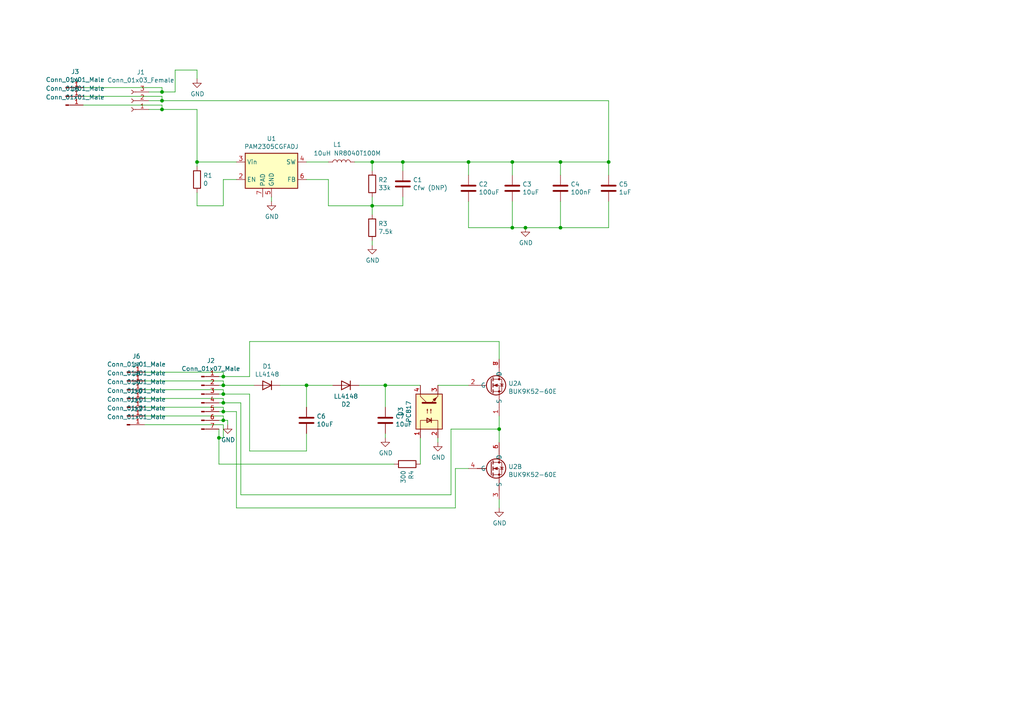
<source format=kicad_sch>
(kicad_sch (version 20211123) (generator eeschema)
  (paper "A4")
  (lib_symbols
    (symbol "1KicadLib:BUK9K52-60E" (pin_names (offset 1.016))
      (property "Reference" "U" (at 3.81 0 0))
      (property "Value" "BUK9K52-60E" (at -12.7 6.35 0))
      (symbol "BUK9K52-60E_0_1"
        (polyline (pts (xy -3.81 0) (xy -6.35 0)))
        (polyline (pts (xy 0 -6.35) (xy 0 -2.54)))
        (polyline (pts (xy 0 5.08) (xy 0 2.54)))
      )
      (symbol "BUK9K52-60E_1_1"
        (circle (center -0.889 0) (radius 2.794) (stroke (width 0.254)))
        (circle (center 0 -1.778) (radius 0.254) (fill (type outline)))
        (polyline (pts (xy -2.286 1.905) (xy -2.286 -1.905)) (stroke (width 0.254)))
        (polyline (pts (xy -1.778 -1.27) (xy -1.778 -2.286)) (stroke (width 0.254)))
        (polyline (pts (xy -1.778 0.508) (xy -1.778 -0.508)) (stroke (width 0.254)))
        (polyline (pts (xy -1.778 2.286) (xy -1.778 1.27)) (stroke (width 0.254)))
        (polyline (pts (xy 0 2.54) (xy 0 1.778)))
        (polyline (pts (xy 0 -2.54) (xy 0 0) (xy -1.778 0)))
        (polyline (pts (xy -1.778 -1.778) (xy 0.762 -1.778) (xy 0.762 1.778) (xy -1.778 1.778)))
        (polyline (pts (xy -1.524 0) (xy -0.508 0.381) (xy -0.508 -0.381) (xy -1.524 0)) (fill (type outline)))
        (polyline (pts (xy 0.254 0.508) (xy 0.381 0.381) (xy 1.143 0.381) (xy 1.27 0.254)))
        (polyline (pts (xy 0.762 0.381) (xy 0.381 -0.254) (xy 1.143 -0.254) (xy 0.762 0.381)))
        (circle (center 0 1.778) (radius 0.254) (fill (type outline)))
        (pin passive line (at 0 -8.89 90) (length 2.54) (name "S") (number "1"))
        (pin input line (at -8.89 0 0) (length 2.54) (name "G") (number "2"))
        (pin passive line (at 0 7.62 270) (length 2.54) (name "D") (number "7"))
        (pin passive line (at 0 7.62 270) (length 2.54) (name "D") (number "8"))
      )
      (symbol "BUK9K52-60E_2_1"
        (circle (center -0.889 0) (radius 2.794) (stroke (width 0.254)))
        (circle (center 0 -1.778) (radius 0.254) (fill (type outline)))
        (polyline (pts (xy -3.81 0) (xy -6.35 0)))
        (polyline (pts (xy -2.286 1.905) (xy -2.286 -1.905)) (stroke (width 0.254)))
        (polyline (pts (xy -1.778 -1.27) (xy -1.778 -2.286)) (stroke (width 0.254)))
        (polyline (pts (xy -1.778 0.508) (xy -1.778 -0.508)) (stroke (width 0.254)))
        (polyline (pts (xy -1.778 2.286) (xy -1.778 1.27)) (stroke (width 0.254)))
        (polyline (pts (xy 0 -6.35) (xy 0 -2.54)))
        (polyline (pts (xy 0 2.54) (xy 0 1.778)))
        (polyline (pts (xy 0 5.08) (xy 0 2.54)))
        (polyline (pts (xy 0 -2.54) (xy 0 0) (xy -1.778 0)))
        (polyline (pts (xy -1.778 -1.778) (xy 0.762 -1.778) (xy 0.762 1.778) (xy -1.778 1.778)))
        (polyline (pts (xy -1.524 0) (xy -0.508 0.381) (xy -0.508 -0.381) (xy -1.524 0)) (fill (type outline)))
        (polyline (pts (xy 0.254 0.508) (xy 0.381 0.381) (xy 1.143 0.381) (xy 1.27 0.254)))
        (polyline (pts (xy 0.762 0.381) (xy 0.381 -0.254) (xy 1.143 -0.254) (xy 0.762 0.381)))
        (circle (center 0 1.778) (radius 0.254) (fill (type outline)))
        (pin passive line (at 0 -8.89 90) (length 2.54) (name "S") (number "3"))
        (pin input line (at -8.89 0 0) (length 2.54) (name "G") (number "4"))
        (pin passive line (at 0 7.62 270) (length 2.54) (name "D") (number "5"))
        (pin passive line (at 0 7.62 270) (length 2.54) (name "D") (number "6"))
      )
    )
    (symbol "Connector:Conn_01x01_Male" (pin_names (offset 1.016) hide)
      (property "Reference" "J" (at 0 2.54 0))
      (property "Value" "Conn_01x01_Male" (at 0 -2.54 0))
      (symbol "Conn_01x01_Male_1_1"
        (polyline (pts (xy 1.27 0) (xy 0.8636 0)) (stroke (width 0.1524)))
        (rectangle (start 0.8636 0.127) (end 0 -0.127) (stroke (width 0.1524)) (fill (type outline)))
        (pin passive line (at 5.08 0 180) (length 3.81) (name "Pin_1") (number "1"))
      )
    )
    (symbol "Connector:Conn_01x03_Female" (pin_names (offset 1.016) hide)
      (property "Reference" "J" (at 0 5.08 0))
      (property "Value" "Conn_01x03_Female" (at 0 -5.08 0))
      (symbol "Conn_01x03_Female_1_1"
        (arc (start 0 -2.032) (mid -0.508 -2.54) (end 0 -3.048) (stroke (width 0.1524)))
        (polyline (pts (xy -1.27 -2.54) (xy -0.508 -2.54)) (stroke (width 0.1524)))
        (polyline (pts (xy -1.27 0) (xy -0.508 0)) (stroke (width 0.1524)))
        (polyline (pts (xy -1.27 2.54) (xy -0.508 2.54)) (stroke (width 0.1524)))
        (arc (start 0 0.508) (mid -0.508 0) (end 0 -0.508) (stroke (width 0.1524)))
        (arc (start 0 3.048) (mid -0.508 2.54) (end 0 2.032) (stroke (width 0.1524)))
        (pin passive line (at -5.08 2.54 0) (length 3.81) (name "Pin_1") (number "1"))
        (pin passive line (at -5.08 0 0) (length 3.81) (name "Pin_2") (number "2"))
        (pin passive line (at -5.08 -2.54 0) (length 3.81) (name "Pin_3") (number "3"))
      )
    )
    (symbol "Connector:Conn_01x07_Male" (pin_names (offset 1.016) hide)
      (property "Reference" "J" (at 0 10.16 0))
      (property "Value" "Conn_01x07_Male" (at 0 -10.16 0))
      (symbol "Conn_01x07_Male_1_1"
        (polyline (pts (xy 1.27 -7.62) (xy 0.8636 -7.62)) (stroke (width 0.1524)))
        (polyline (pts (xy 1.27 -5.08) (xy 0.8636 -5.08)) (stroke (width 0.1524)))
        (polyline (pts (xy 1.27 -2.54) (xy 0.8636 -2.54)) (stroke (width 0.1524)))
        (polyline (pts (xy 1.27 0) (xy 0.8636 0)) (stroke (width 0.1524)))
        (polyline (pts (xy 1.27 2.54) (xy 0.8636 2.54)) (stroke (width 0.1524)))
        (polyline (pts (xy 1.27 5.08) (xy 0.8636 5.08)) (stroke (width 0.1524)))
        (polyline (pts (xy 1.27 7.62) (xy 0.8636 7.62)) (stroke (width 0.1524)))
        (rectangle (start 0.8636 -7.493) (end 0 -7.747) (stroke (width 0.1524)) (fill (type outline)))
        (rectangle (start 0.8636 -4.953) (end 0 -5.207) (stroke (width 0.1524)) (fill (type outline)))
        (rectangle (start 0.8636 -2.413) (end 0 -2.667) (stroke (width 0.1524)) (fill (type outline)))
        (rectangle (start 0.8636 0.127) (end 0 -0.127) (stroke (width 0.1524)) (fill (type outline)))
        (rectangle (start 0.8636 2.667) (end 0 2.413) (stroke (width 0.1524)) (fill (type outline)))
        (rectangle (start 0.8636 5.207) (end 0 4.953) (stroke (width 0.1524)) (fill (type outline)))
        (rectangle (start 0.8636 7.747) (end 0 7.493) (stroke (width 0.1524)) (fill (type outline)))
        (pin passive line (at 5.08 7.62 180) (length 3.81) (name "Pin_1") (number "1"))
        (pin passive line (at 5.08 5.08 180) (length 3.81) (name "Pin_2") (number "2"))
        (pin passive line (at 5.08 2.54 180) (length 3.81) (name "Pin_3") (number "3"))
        (pin passive line (at 5.08 0 180) (length 3.81) (name "Pin_4") (number "4"))
        (pin passive line (at 5.08 -2.54 180) (length 3.81) (name "Pin_5") (number "5"))
        (pin passive line (at 5.08 -5.08 180) (length 3.81) (name "Pin_6") (number "6"))
        (pin passive line (at 5.08 -7.62 180) (length 3.81) (name "Pin_7") (number "7"))
      )
    )
    (symbol "Device:C" (pin_numbers hide) (pin_names (offset 0.254))
      (property "Reference" "C" (at 0.635 2.54 0))
      (property "Value" "C" (at 0.635 -2.54 0))
      (symbol "C_0_1"
        (polyline (pts (xy -2.032 -0.762) (xy 2.032 -0.762)) (stroke (width 0.508)))
        (polyline (pts (xy -2.032 0.762) (xy 2.032 0.762)) (stroke (width 0.508)))
      )
      (symbol "C_1_1"
        (pin passive line (at 0 3.81 270) (length 2.794) (name "~") (number "1"))
        (pin passive line (at 0 -3.81 90) (length 2.794) (name "~") (number "2"))
      )
    )
    (symbol "Device:L" (pin_numbers hide) (pin_names (offset 1.016) hide)
      (property "Reference" "L" (at -1.27 0 90))
      (property "Value" "L" (at 1.905 0 90))
      (symbol "L_0_1"
        (arc (start 0 -2.54) (mid 0.635 -1.905) (end 0 -1.27))
        (arc (start 0 -1.27) (mid 0.635 -0.635) (end 0 0))
        (arc (start 0 0) (mid 0.635 0.635) (end 0 1.27))
        (arc (start 0 1.27) (mid 0.635 1.905) (end 0 2.54))
      )
      (symbol "L_1_1"
        (pin passive line (at 0 3.81 270) (length 1.27) (name "1") (number "1"))
        (pin passive line (at 0 -3.81 90) (length 1.27) (name "2") (number "2"))
      )
    )
    (symbol "Device:R" (pin_numbers hide) (pin_names (offset 0))
      (property "Reference" "R" (at 2.032 0 90))
      (property "Value" "R" (at 0 0 90))
      (symbol "R_0_1"
        (rectangle (start -1.016 -2.54) (end 1.016 2.54) (stroke (width 0.254)))
      )
      (symbol "R_1_1"
        (pin passive line (at 0 3.81 270) (length 1.27) (name "~") (number "1"))
        (pin passive line (at 0 -3.81 90) (length 1.27) (name "~") (number "2"))
      )
    )
    (symbol "Diode:LL4148" (pin_numbers hide) (pin_names (offset 1.016) hide)
      (property "Reference" "D" (at 0 2.54 0))
      (property "Value" "LL4148" (at 0 -2.54 0))
      (symbol "LL4148_0_1"
        (polyline (pts (xy -1.27 1.27) (xy -1.27 -1.27)) (stroke (width 0.254)))
        (polyline (pts (xy 1.27 0) (xy -1.27 0)))
        (polyline (pts (xy 1.27 1.27) (xy 1.27 -1.27) (xy -1.27 0) (xy 1.27 1.27)) (stroke (width 0.254)))
      )
      (symbol "LL4148_1_1"
        (pin passive line (at -3.81 0 0) (length 2.54) (name "K") (number "1"))
        (pin passive line (at 3.81 0 180) (length 2.54) (name "A") (number "2"))
      )
    )
    (symbol "Isolator:PC817" (pin_names (offset 1.016))
      (property "Reference" "U" (at -5.08 5.08 0))
      (property "Value" "PC817" (at 0 5.08 0))
      (symbol "PC817_0_1"
        (rectangle (start -5.08 3.81) (end 5.08 -3.81) (stroke (width 0.254)) (fill (type background)))
        (polyline (pts (xy -3.175 -0.635) (xy -1.905 -0.635)) (stroke (width 0.254)))
        (polyline (pts (xy 2.54 0.635) (xy 4.445 2.54)))
        (polyline (pts (xy 4.445 -2.54) (xy 2.54 -0.635)) (fill (type outline)))
        (polyline (pts (xy 4.445 -2.54) (xy 5.08 -2.54)))
        (polyline (pts (xy 4.445 2.54) (xy 5.08 2.54)))
        (polyline (pts (xy -5.08 2.54) (xy -2.54 2.54) (xy -2.54 -0.635)))
        (polyline (pts (xy -2.54 -0.635) (xy -2.54 -2.54) (xy -5.08 -2.54)))
        (polyline (pts (xy 2.54 1.905) (xy 2.54 -1.905) (xy 2.54 -1.905)) (stroke (width 0.508)))
        (polyline (pts (xy -2.54 -0.635) (xy -3.175 0.635) (xy -1.905 0.635) (xy -2.54 -0.635)) (stroke (width 0.254)))
        (polyline (pts (xy -0.508 -0.508) (xy 0.762 -0.508) (xy 0.381 -0.635) (xy 0.381 -0.381) (xy 0.762 -0.508)))
        (polyline (pts (xy -0.508 0.508) (xy 0.762 0.508) (xy 0.381 0.381) (xy 0.381 0.635) (xy 0.762 0.508)))
        (polyline (pts (xy 3.048 -1.651) (xy 3.556 -1.143) (xy 4.064 -2.159) (xy 3.048 -1.651) (xy 3.048 -1.651)) (fill (type outline)))
      )
      (symbol "PC817_1_1"
        (pin passive line (at -7.62 2.54 0) (length 2.54) (name "~") (number "1"))
        (pin passive line (at -7.62 -2.54 0) (length 2.54) (name "~") (number "2"))
        (pin passive line (at 7.62 -2.54 180) (length 2.54) (name "~") (number "3"))
        (pin passive line (at 7.62 2.54 180) (length 2.54) (name "~") (number "4"))
      )
    )
    (symbol "Regulator_Switching:PAM2305CGFADJ"
      (property "Reference" "U" (at -7.62 6.35 0))
      (property "Value" "PAM2305CGFADJ" (at -2.54 6.35 0))
      (symbol "PAM2305CGFADJ_0_1"
        (rectangle (start -7.62 5.08) (end 7.62 -5.08) (stroke (width 0.254)) (fill (type background)))
      )
      (symbol "PAM2305CGFADJ_1_1"
        (pin no_connect line (at -7.62 0 0) (length 2.54) hide (name "NC") (number "1"))
        (pin input line (at -10.16 -2.54 0) (length 2.54) (name "EN") (number "2"))
        (pin power_in line (at -10.16 2.54 0) (length 2.54) (name "Vin") (number "3"))
        (pin output line (at 10.16 2.54 180) (length 2.54) (name "SW") (number "4"))
        (pin power_in line (at 0 -7.62 90) (length 2.54) (name "GND") (number "5"))
        (pin input line (at 10.16 -2.54 180) (length 2.54) (name "FB") (number "6"))
        (pin passive line (at -2.54 -7.62 90) (length 2.54) (name "PAD") (number "7"))
      )
    )
    (symbol "power:GND" (power) (pin_names (offset 0))
      (property "Value" "GND" (at 0 -3.81 0))
      (symbol "GND_0_1"
        (polyline (pts (xy 0 0) (xy 0 -1.27) (xy 1.27 -1.27) (xy 0 -2.54) (xy -1.27 -1.27) (xy 0 -1.27)))
      )
      (symbol "GND_1_1"
        (pin power_in line (at 0 0 270) (length 0) hide (name "GND") (number "1"))
      )
    )
  )
  (junction (at 57.15 46.99))
  (junction (at 64.77 109.22))
  (junction (at 148.59 66.04))
  (junction (at 64.77 116.84))
  (junction (at 46.99 29.21))
  (junction (at 88.9 111.76))
  (junction (at 162.56 46.99))
  (junction (at 152.4 66.04))
  (junction (at 63.5 127))
  (junction (at 176.53 46.99))
  (junction (at 116.84 46.99))
  (junction (at 144.78 124.46))
  (junction (at 111.76 111.76))
  (junction (at 64.77 119.38))
  (junction (at 135.89 46.99))
  (junction (at 107.95 46.99))
  (junction (at 64.77 121.92))
  (junction (at 64.77 114.3))
  (junction (at 148.59 46.99))
  (junction (at 107.95 59.69))
  (junction (at 64.77 111.76))
  (junction (at 46.99 26.67))
  (junction (at 162.56 66.04))
  (junction (at 46.99 31.75))
  (wire (pts (xy 24.13 25.4) (xy 46.99 25.4)))
  (wire (pts (xy 57.15 22.86) (xy 57.15 20.32)))
  (wire (pts (xy 148.59 50.8) (xy 148.59 46.99)))
  (wire (pts (xy 64.77 121.92) (xy 63.5 121.92)))
  (wire (pts (xy 72.39 109.22) (xy 72.39 99.06)))
  (wire (pts (xy 64.77 120.65) (xy 64.77 121.92)))
  (wire (pts (xy 135.89 111.76) (xy 127 111.76)))
  (wire (pts (xy 41.91 107.95) (xy 64.77 107.95)))
  (wire (pts (xy 46.99 29.21) (xy 176.53 29.21)))
  (wire (pts (xy 116.84 57.15) (xy 116.84 59.69)))
  (wire (pts (xy 107.95 46.99) (xy 107.95 49.53)))
  (wire (pts (xy 135.89 66.04) (xy 135.89 58.42)))
  (wire (pts (xy 95.25 59.69) (xy 107.95 59.69)))
  (wire (pts (xy 162.56 50.8) (xy 162.56 46.99)))
  (wire (pts (xy 72.39 114.3) (xy 64.77 114.3)))
  (wire (pts (xy 107.95 62.23) (xy 107.95 59.69)))
  (wire (pts (xy 78.74 58.42) (xy 78.74 57.15)))
  (wire (pts (xy 69.85 143.51) (xy 130.81 143.51)))
  (wire (pts (xy 72.39 99.06) (xy 144.78 99.06)))
  (wire (pts (xy 162.56 46.99) (xy 148.59 46.99)))
  (wire (pts (xy 41.91 123.19) (xy 64.77 123.19)))
  (wire (pts (xy 114.3 134.62) (xy 63.5 134.62)))
  (wire (pts (xy 64.77 109.22) (xy 72.39 109.22)))
  (wire (pts (xy 95.25 46.99) (xy 88.9 46.99)))
  (wire (pts (xy 24.13 30.48) (xy 46.99 30.48)))
  (wire (pts (xy 64.77 115.57) (xy 64.77 116.84)))
  (wire (pts (xy 135.89 50.8) (xy 135.89 46.99)))
  (wire (pts (xy 64.77 114.3) (xy 63.5 114.3)))
  (wire (pts (xy 88.9 125.73) (xy 88.9 130.81)))
  (wire (pts (xy 127 128.27) (xy 127 127)))
  (wire (pts (xy 135.89 135.89) (xy 132.08 135.89)))
  (wire (pts (xy 107.95 59.69) (xy 107.95 57.15)))
  (wire (pts (xy 162.56 58.42) (xy 162.56 66.04)))
  (wire (pts (xy 69.85 116.84) (xy 64.77 116.84)))
  (wire (pts (xy 88.9 52.07) (xy 95.25 52.07)))
  (wire (pts (xy 64.77 116.84) (xy 63.5 116.84)))
  (wire (pts (xy 111.76 125.73) (xy 111.76 127)))
  (wire (pts (xy 43.18 29.21) (xy 46.99 29.21)))
  (wire (pts (xy 57.15 31.75) (xy 57.15 46.99)))
  (wire (pts (xy 64.77 118.11) (xy 64.77 119.38)))
  (wire (pts (xy 111.76 111.76) (xy 111.76 118.11)))
  (wire (pts (xy 96.52 111.76) (xy 88.9 111.76)))
  (wire (pts (xy 46.99 27.94) (xy 46.99 29.21)))
  (wire (pts (xy 176.53 50.8) (xy 176.53 46.99)))
  (wire (pts (xy 69.85 143.51) (xy 69.85 116.84)))
  (wire (pts (xy 68.58 119.38) (xy 64.77 119.38)))
  (wire (pts (xy 66.04 123.19) (xy 66.04 121.92)))
  (wire (pts (xy 64.77 52.07) (xy 64.77 59.69)))
  (wire (pts (xy 148.59 46.99) (xy 135.89 46.99)))
  (wire (pts (xy 81.28 111.76) (xy 88.9 111.76)))
  (wire (pts (xy 64.77 127) (xy 63.5 127)))
  (wire (pts (xy 43.18 31.75) (xy 46.99 31.75)))
  (wire (pts (xy 130.81 124.46) (xy 144.78 124.46)))
  (wire (pts (xy 102.87 46.99) (xy 107.95 46.99)))
  (wire (pts (xy 41.91 118.11) (xy 64.77 118.11)))
  (wire (pts (xy 148.59 58.42) (xy 148.59 66.04)))
  (wire (pts (xy 50.8 20.32) (xy 50.8 26.67)))
  (wire (pts (xy 162.56 66.04) (xy 152.4 66.04)))
  (wire (pts (xy 116.84 59.69) (xy 107.95 59.69)))
  (wire (pts (xy 132.08 147.32) (xy 68.58 147.32)))
  (wire (pts (xy 68.58 46.99) (xy 57.15 46.99)))
  (wire (pts (xy 104.14 111.76) (xy 111.76 111.76)))
  (wire (pts (xy 50.8 26.67) (xy 46.99 26.67)))
  (wire (pts (xy 41.91 115.57) (xy 64.77 115.57)))
  (wire (pts (xy 63.5 134.62) (xy 63.5 127)))
  (wire (pts (xy 63.5 111.76) (xy 64.77 111.76)))
  (wire (pts (xy 148.59 66.04) (xy 135.89 66.04)))
  (wire (pts (xy 121.92 134.62) (xy 121.92 127)))
  (wire (pts (xy 116.84 46.99) (xy 107.95 46.99)))
  (wire (pts (xy 68.58 147.32) (xy 68.58 119.38)))
  (wire (pts (xy 46.99 25.4) (xy 46.99 26.67)))
  (wire (pts (xy 57.15 59.69) (xy 57.15 55.88)))
  (wire (pts (xy 144.78 147.32) (xy 144.78 144.78)))
  (wire (pts (xy 46.99 31.75) (xy 57.15 31.75)))
  (wire (pts (xy 152.4 66.04) (xy 148.59 66.04)))
  (wire (pts (xy 64.77 119.38) (xy 63.5 119.38)))
  (wire (pts (xy 144.78 120.65) (xy 144.78 124.46)))
  (wire (pts (xy 130.81 143.51) (xy 130.81 124.46)))
  (wire (pts (xy 144.78 99.06) (xy 144.78 104.14)))
  (wire (pts (xy 64.77 107.95) (xy 64.77 109.22)))
  (wire (pts (xy 176.53 46.99) (xy 162.56 46.99)))
  (wire (pts (xy 64.77 59.69) (xy 57.15 59.69)))
  (wire (pts (xy 176.53 66.04) (xy 176.53 58.42)))
  (wire (pts (xy 135.89 46.99) (xy 116.84 46.99)))
  (wire (pts (xy 116.84 49.53) (xy 116.84 46.99)))
  (wire (pts (xy 64.77 113.03) (xy 64.77 114.3)))
  (wire (pts (xy 95.25 52.07) (xy 95.25 59.69)))
  (wire (pts (xy 64.77 123.19) (xy 64.77 127)))
  (wire (pts (xy 68.58 52.07) (xy 64.77 52.07)))
  (wire (pts (xy 66.04 121.92) (xy 64.77 121.92)))
  (wire (pts (xy 107.95 71.12) (xy 107.95 69.85)))
  (wire (pts (xy 64.77 111.76) (xy 73.66 111.76)))
  (wire (pts (xy 57.15 20.32) (xy 50.8 20.32)))
  (wire (pts (xy 41.91 120.65) (xy 64.77 120.65)))
  (wire (pts (xy 88.9 111.76) (xy 88.9 118.11)))
  (wire (pts (xy 24.13 27.94) (xy 46.99 27.94)))
  (wire (pts (xy 64.77 110.49) (xy 64.77 111.76)))
  (wire (pts (xy 88.9 130.81) (xy 72.39 130.81)))
  (wire (pts (xy 41.91 110.49) (xy 64.77 110.49)))
  (wire (pts (xy 144.78 124.46) (xy 144.78 128.27)))
  (wire (pts (xy 121.92 111.76) (xy 111.76 111.76)))
  (wire (pts (xy 57.15 46.99) (xy 57.15 48.26)))
  (wire (pts (xy 162.56 66.04) (xy 176.53 66.04)))
  (wire (pts (xy 63.5 109.22) (xy 64.77 109.22)))
  (wire (pts (xy 46.99 30.48) (xy 46.99 31.75)))
  (wire (pts (xy 46.99 26.67) (xy 43.18 26.67)))
  (wire (pts (xy 41.91 113.03) (xy 64.77 113.03)))
  (wire (pts (xy 176.53 29.21) (xy 176.53 46.99)))
  (wire (pts (xy 63.5 127) (xy 63.5 124.46)))
  (wire (pts (xy 72.39 130.81) (xy 72.39 114.3)))
  (wire (pts (xy 132.08 135.89) (xy 132.08 147.32)))
  (symbol (lib_id "Regulator_Switching:PAM2305CGFADJ") (at 78.74 49.53 0) (unit 1)
    (property "Reference" "U1" (at 78.74 40.2082 0))
    (property "Value" "PAM2305CGFADJ" (at 78.74 42.5196 0))
    (property "Footprint" "Package_DFN_QFN:DFN-6-1EP_2x2mm_P0.65mm_EP1x1.6mm" (effects hide))
    (property "Datasheet" "https://www.diodes.com/assets/Datasheets/PAM2305.pdf" (effects hide))
  )
  (symbol (lib_id "Device:L") (at 99.06 46.99 90) (unit 1)
    (property "Reference" "L1" (at 99.06 41.91 90) (effects (justify left)))
    (property "Value" "10uH NR8040T100M" (at 110.49 44.45 90) (effects (justify left)))
    (property "Footprint" "Inductor_SMD:L_Taiyo-Yuden_NR-80xx_HandSoldering" (effects hide))
  )
  (symbol (lib_id "Device:R") (at 107.95 53.34 0) (unit 1)
    (property "Reference" "R2" (at 109.728 52.1716 0) (effects (justify left)))
    (property "Value" "33k" (at 109.728 54.483 0) (effects (justify left)))
    (property "Footprint" "Resistor_SMD:R_0805_2012Metric_Pad1.20x1.40mm_HandSolder" (effects hide))
  )
  (symbol (lib_id "Device:C") (at 116.84 53.34 0) (unit 1)
    (property "Reference" "C1" (at 119.761 52.1716 0) (effects (justify left)))
    (property "Value" "Cfw (DNP)" (at 119.761 54.483 0) (effects (justify left)))
    (property "Footprint" "Capacitor_SMD:C_0805_2012Metric_Pad1.18x1.45mm_HandSolder" (effects hide))
  )
  (symbol (lib_id "Device:C") (at 148.59 54.61 0) (unit 1)
    (property "Reference" "C3" (at 151.511 53.4416 0) (effects (justify left)))
    (property "Value" "10uF" (at 151.511 55.753 0) (effects (justify left)))
    (property "Footprint" "Capacitor_SMD:C_0805_2012Metric_Pad1.18x1.45mm_HandSolder" (effects hide))
  )
  (symbol (lib_id "Device:C") (at 162.56 54.61 0) (unit 1)
    (property "Reference" "C4" (at 165.481 53.4416 0) (effects (justify left)))
    (property "Value" "100nF" (at 165.481 55.753 0) (effects (justify left)))
    (property "Footprint" "Capacitor_SMD:C_0805_2012Metric_Pad1.18x1.45mm_HandSolder" (effects hide))
  )
  (symbol (lib_id "Device:C") (at 176.53 54.61 0) (unit 1)
    (property "Reference" "C5" (at 179.451 53.4416 0) (effects (justify left)))
    (property "Value" "1uF" (at 179.451 55.753 0) (effects (justify left)))
    (property "Footprint" "Capacitor_SMD:C_0805_2012Metric_Pad1.18x1.45mm_HandSolder" (effects hide))
  )
  (symbol (lib_id "Device:C") (at 135.89 54.61 0) (unit 1)
    (property "Reference" "C2" (at 138.811 53.4416 0) (effects (justify left)))
    (property "Value" "100uF" (at 138.811 55.753 0) (effects (justify left)))
    (property "Footprint" "Capacitor_SMD:C_1210_3225Metric_Pad1.33x2.70mm_HandSolder" (effects hide))
  )
  (symbol (lib_id "power:GND") (at 152.4 66.04 0) (unit 1)
    (property "Reference" "#PWR0101" (effects hide))
    (property "Value" "GND" (at 152.527 70.4342 0))
  )
  (symbol (lib_id "Device:R") (at 107.95 66.04 0) (unit 1)
    (property "Reference" "R3" (at 109.728 64.8716 0) (effects (justify left)))
    (property "Value" "7.5k" (at 109.728 67.183 0) (effects (justify left)))
    (property "Footprint" "Resistor_SMD:R_0805_2012Metric_Pad1.20x1.40mm_HandSolder" (effects hide))
  )
  (symbol (lib_id "power:GND") (at 107.95 71.12 0) (unit 1)
    (property "Reference" "#PWR0102" (effects hide))
    (property "Value" "GND" (at 108.077 75.5142 0))
  )
  (symbol (lib_id "power:GND") (at 78.74 58.42 0) (unit 1)
    (property "Reference" "#PWR0103" (effects hide))
    (property "Value" "GND" (at 78.867 62.8142 0))
  )
  (symbol (lib_id "Device:R") (at 57.15 52.07 0) (unit 1)
    (property "Reference" "R1" (at 58.928 50.9016 0) (effects (justify left)))
    (property "Value" "0" (at 58.928 53.213 0) (effects (justify left)))
    (property "Footprint" "Resistor_SMD:R_0805_2012Metric_Pad1.20x1.40mm_HandSolder" (effects hide))
  )
  (symbol (lib_id "Connector:Conn_01x03_Female") (at 38.1 29.21 180) (unit 1)
    (property "Reference" "J1" (at 40.8432 20.955 0))
    (property "Value" "Conn_01x03_Female" (at 40.8432 23.2664 0))
    (property "Footprint" "Connector_PinHeader_2.54mm:PinHeader_1x03_P2.54mm_Vertical" (effects hide))
  )
  (symbol (lib_id "power:GND") (at 57.15 22.86 0) (unit 1)
    (property "Reference" "#PWR0104" (effects hide))
    (property "Value" "GND" (at 57.277 27.2542 0))
  )
  (symbol (lib_id "1KicadLib:BUK9K52-60E") (at 144.78 111.76 0) (unit 1)
    (property "Reference" "U2" (at 147.4216 111.2266 0) (effects (justify left)))
    (property "Value" "BUK9K52-60E" (at 147.4216 113.538 0) (effects (justify left)))
    (property "Footprint" "1KicadLib:LFPAK56D" (effects hide))
  )
  (symbol (lib_id "1KicadLib:BUK9K52-60E") (at 144.78 135.89 0) (unit 2)
    (property "Reference" "U2" (at 147.4216 135.3566 0) (effects (justify left)))
    (property "Value" "BUK9K52-60E" (at 147.4216 137.668 0) (effects (justify left)))
    (property "Footprint" "1KicadLib:LFPAK56D" (effects hide))
  )
  (symbol (lib_id "Diode:LL4148") (at 77.47 111.76 180) (unit 1)
    (property "Reference" "D1" (at 77.47 106.2482 0))
    (property "Value" "LL4148" (at 77.47 108.5596 0))
    (property "Footprint" "Diode_SMD:D_MiniMELF" (effects hide))
    (property "Datasheet" "http://www.vishay.com/docs/85557/ll4148.pdf" (effects hide))
  )
  (symbol (lib_id "Device:C") (at 88.9 121.92 0) (unit 1)
    (property "Reference" "C6" (at 91.821 120.7516 0) (effects (justify left)))
    (property "Value" "10uF" (at 91.821 123.063 0) (effects (justify left)))
    (property "Footprint" "Capacitor_SMD:C_0805_2012Metric_Pad1.18x1.45mm_HandSolder" (effects hide))
  )
  (symbol (lib_id "Diode:LL4148") (at 100.33 111.76 180) (unit 1)
    (property "Reference" "D2" (at 100.33 117.2718 0))
    (property "Value" "LL4148" (at 100.33 114.9604 0))
    (property "Footprint" "Diode_SMD:D_MiniMELF" (effects hide))
    (property "Datasheet" "http://www.vishay.com/docs/85557/ll4148.pdf" (effects hide))
  )
  (symbol (lib_id "Device:C") (at 111.76 121.92 0) (unit 1)
    (property "Reference" "C7" (at 114.681 120.7516 0) (effects (justify left)))
    (property "Value" "10uF" (at 114.681 123.063 0) (effects (justify left)))
    (property "Footprint" "Capacitor_SMD:C_0805_2012Metric_Pad1.18x1.45mm_HandSolder" (effects hide))
  )
  (symbol (lib_id "Connector:Conn_01x07_Male") (at 58.42 116.84 0) (unit 1)
    (property "Reference" "J2" (at 61.1632 104.6226 0))
    (property "Value" "Conn_01x07_Male" (at 61.1632 106.934 0))
    (property "Footprint" "Connector_PinHeader_2.54mm:PinHeader_1x07_P2.54mm_Vertical" (effects hide))
  )
  (symbol (lib_id "power:GND") (at 111.76 127 0) (unit 1)
    (property "Reference" "#PWR0105" (effects hide))
    (property "Value" "GND" (at 111.887 131.3942 0))
  )
  (symbol (lib_id "power:GND") (at 144.78 147.32 0) (unit 1)
    (property "Reference" "#PWR0106" (effects hide))
    (property "Value" "GND" (at 144.907 151.7142 0))
  )
  (symbol (lib_id "power:GND") (at 66.04 123.19 0) (unit 1)
    (property "Reference" "#PWR0107" (effects hide))
    (property "Value" "GND" (at 66.167 127.5842 0))
  )
  (symbol (lib_id "Isolator:PC817") (at 124.46 119.38 90) (unit 1)
    (property "Reference" "U3" (at 116.205 119.38 0))
    (property "Value" "PC817" (at 118.5164 119.38 0))
    (property "Footprint" "Package_SO:SOP-4_3.8x4.1mm_P2.54mm" (effects hide))
    (property "Datasheet" "http://www.soselectronic.cz/a_info/resource/d/pc817.pdf" (effects hide))
  )
  (symbol (lib_id "Device:R") (at 118.11 134.62 270) (unit 1)
    (property "Reference" "R4" (at 119.2784 136.398 0) (effects (justify left)))
    (property "Value" "300" (at 116.967 136.398 0) (effects (justify left)))
    (property "Footprint" "Resistor_SMD:R_0805_2012Metric_Pad1.20x1.40mm_HandSolder" (effects hide))
  )
  (symbol (lib_id "power:GND") (at 127 128.27 0) (unit 1)
    (property "Reference" "#PWR0108" (effects hide))
    (property "Value" "GND" (at 127.127 132.6642 0))
  )
  (symbol (lib_id "Connector:Conn_01x01_Male") (at 36.83 107.95 0) (unit 1)
    (property "Reference" "J6" (at 39.5732 103.3526 0))
    (property "Value" "Conn_01x01_Male" (at 39.5732 105.664 0))
    (property "Footprint" "1KicadLib:GatorTestpoint" (effects hide))
  )
  (symbol (lib_id "Connector:Conn_01x01_Male") (at 36.83 110.49 0) (unit 1)
    (property "Reference" "J7" (at 39.5732 105.8926 0))
    (property "Value" "Conn_01x01_Male" (at 39.5732 108.204 0))
    (property "Footprint" "1KicadLib:GatorTestpoint" (effects hide))
  )
  (symbol (lib_id "Connector:Conn_01x01_Male") (at 36.83 113.03 0) (unit 1)
    (property "Reference" "J8" (at 39.5732 108.4326 0))
    (property "Value" "Conn_01x01_Male" (at 39.5732 110.744 0))
    (property "Footprint" "1KicadLib:GatorTestpoint" (effects hide))
  )
  (symbol (lib_id "Connector:Conn_01x01_Male") (at 36.83 115.57 0) (unit 1)
    (property "Reference" "J9" (at 39.5732 110.9726 0))
    (property "Value" "Conn_01x01_Male" (at 39.5732 113.284 0))
    (property "Footprint" "1KicadLib:GatorTestpoint" (effects hide))
  )
  (symbol (lib_id "Connector:Conn_01x01_Male") (at 36.83 118.11 0) (unit 1)
    (property "Reference" "J10" (at 39.5732 113.5126 0))
    (property "Value" "Conn_01x01_Male" (at 39.5732 115.824 0))
    (property "Footprint" "1KicadLib:GatorTestpoint" (effects hide))
  )
  (symbol (lib_id "Connector:Conn_01x01_Male") (at 36.83 120.65 0) (unit 1)
    (property "Reference" "J11" (at 39.5732 116.0526 0))
    (property "Value" "Conn_01x01_Male" (at 39.5732 118.364 0))
    (property "Footprint" "1KicadLib:GatorTestpoint" (effects hide))
  )
  (symbol (lib_id "Connector:Conn_01x01_Male") (at 36.83 123.19 0) (unit 1)
    (property "Reference" "J12" (at 39.5732 118.5926 0))
    (property "Value" "Conn_01x01_Male" (at 39.5732 120.904 0))
    (property "Footprint" "1KicadLib:GatorTestpoint" (effects hide))
  )
  (symbol (lib_id "Connector:Conn_01x01_Male") (at 19.05 25.4 0) (unit 1)
    (property "Reference" "J3" (at 21.7932 20.8026 0))
    (property "Value" "Conn_01x01_Male" (at 21.7932 23.114 0))
    (property "Footprint" "1KicadLib:GatorTestpoint" (effects hide))
  )
  (symbol (lib_id "Connector:Conn_01x01_Male") (at 19.05 27.94 0) (unit 1)
    (property "Reference" "J4" (at 21.7932 23.3426 0))
    (property "Value" "Conn_01x01_Male" (at 21.7932 25.654 0))
    (property "Footprint" "1KicadLib:GatorTestpoint" (effects hide))
  )
  (symbol (lib_id "Connector:Conn_01x01_Male") (at 19.05 30.48 0) (unit 1)
    (property "Reference" "J5" (at 21.7932 25.8826 0))
    (property "Value" "Conn_01x01_Male" (at 21.7932 28.194 0))
    (property "Footprint" "1KicadLib:GatorTestpoint" (effects hide))
  )
)
</source>
